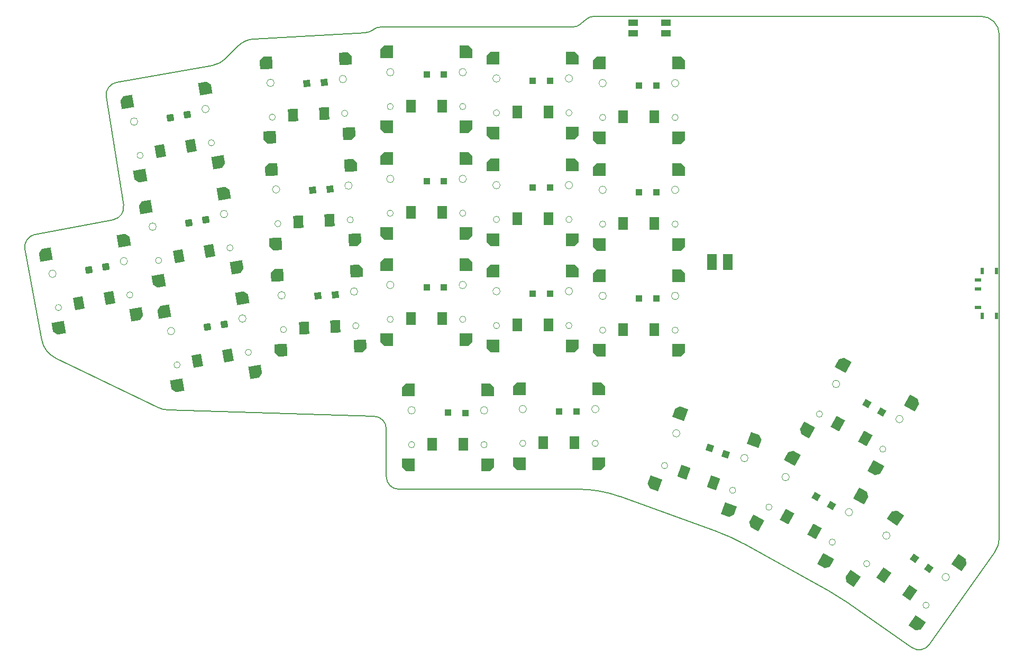
<source format=gbr>
%TF.GenerationSoftware,KiCad,Pcbnew,8.0.6*%
%TF.CreationDate,2024-11-17T18:27:12-05:00*%
%TF.ProjectId,ultra_lp_keeb,756c7472-615f-46c7-905f-6b6565622e6b,rev?*%
%TF.SameCoordinates,Original*%
%TF.FileFunction,Paste,Top*%
%TF.FilePolarity,Positive*%
%FSLAX46Y46*%
G04 Gerber Fmt 4.6, Leading zero omitted, Abs format (unit mm)*
G04 Created by KiCad (PCBNEW 8.0.6) date 2024-11-17 18:27:12*
%MOMM*%
%LPD*%
G01*
G04 APERTURE LIST*
G04 Aperture macros list*
%AMRotRect*
0 Rectangle, with rotation*
0 The origin of the aperture is its center*
0 $1 length*
0 $2 width*
0 $3 Rotation angle, in degrees counterclockwise*
0 Add horizontal line*
21,1,$1,$2,0,0,$3*%
%AMOutline5P*
0 Free polygon, 5 corners , with rotation*
0 The origin of the aperture is its center*
0 number of corners: always 5*
0 $1 to $10 corner X, Y*
0 $11 Rotation angle, in degrees counterclockwise*
0 create outline with 5 corners*
4,1,5,$1,$2,$3,$4,$5,$6,$7,$8,$9,$10,$1,$2,$11*%
%AMOutline6P*
0 Free polygon, 6 corners , with rotation*
0 The origin of the aperture is its center*
0 number of corners: always 6*
0 $1 to $12 corner X, Y*
0 $13 Rotation angle, in degrees counterclockwise*
0 create outline with 6 corners*
4,1,6,$1,$2,$3,$4,$5,$6,$7,$8,$9,$10,$11,$12,$1,$2,$13*%
%AMOutline7P*
0 Free polygon, 7 corners , with rotation*
0 The origin of the aperture is its center*
0 number of corners: always 7*
0 $1 to $14 corner X, Y*
0 $15 Rotation angle, in degrees counterclockwise*
0 create outline with 7 corners*
4,1,7,$1,$2,$3,$4,$5,$6,$7,$8,$9,$10,$11,$12,$13,$14,$1,$2,$15*%
%AMOutline8P*
0 Free polygon, 8 corners , with rotation*
0 The origin of the aperture is its center*
0 number of corners: always 8*
0 $1 to $16 corner X, Y*
0 $17 Rotation angle, in degrees counterclockwise*
0 create outline with 8 corners*
4,1,8,$1,$2,$3,$4,$5,$6,$7,$8,$9,$10,$11,$12,$13,$14,$15,$16,$1,$2,$17*%
G04 Aperture macros list end*
%ADD10R,1.500000X2.500000*%
%ADD11RotRect,1.550000X2.000000X331.000000*%
%ADD12RotRect,1.100000X1.100000X331.000000*%
%ADD13Outline5P,-1.000000X0.400000X-0.400000X1.000000X1.000000X1.000000X1.000000X-1.000000X-1.000000X-1.000000X331.000000*%
%ADD14Outline5P,-1.000000X1.000000X1.000000X1.000000X1.000000X-1.000000X-0.400000X-1.000000X-1.000000X-0.400000X331.000000*%
%ADD15Outline5P,-1.000000X1.000000X0.400000X1.000000X1.000000X0.400000X1.000000X-1.000000X-1.000000X-1.000000X331.000000*%
%ADD16Outline5P,-1.000000X1.000000X1.000000X1.000000X1.000000X-0.400000X0.400000X-1.000000X-1.000000X-1.000000X331.000000*%
%ADD17RotRect,1.550000X2.000000X10.000000*%
%ADD18RotRect,1.100000X1.100000X10.000000*%
%ADD19Outline5P,-1.000000X0.400000X-0.400000X1.000000X1.000000X1.000000X1.000000X-1.000000X-1.000000X-1.000000X10.000000*%
%ADD20Outline5P,-1.000000X1.000000X1.000000X1.000000X1.000000X-1.000000X-0.400000X-1.000000X-1.000000X-0.400000X10.000000*%
%ADD21Outline5P,-1.000000X1.000000X1.000000X1.000000X1.000000X-0.400000X0.400000X-1.000000X-1.000000X-1.000000X10.000000*%
%ADD22Outline5P,-1.000000X1.000000X0.400000X1.000000X1.000000X0.400000X1.000000X-1.000000X-1.000000X-1.000000X10.000000*%
%ADD23R,1.550000X2.000000*%
%ADD24R,1.100000X1.100000*%
%ADD25Outline5P,-1.000000X0.400000X-0.400000X1.000000X1.000000X1.000000X1.000000X-1.000000X-1.000000X-1.000000X0.000000*%
%ADD26Outline5P,-1.000000X1.000000X1.000000X1.000000X1.000000X-1.000000X-0.400000X-1.000000X-1.000000X-0.400000X0.000000*%
%ADD27Outline5P,-1.000000X1.000000X0.400000X1.000000X1.000000X0.400000X1.000000X-1.000000X-1.000000X-1.000000X0.000000*%
%ADD28Outline5P,-1.000000X1.000000X1.000000X1.000000X1.000000X-0.400000X0.400000X-1.000000X-1.000000X-1.000000X0.000000*%
%ADD29RotRect,1.550000X2.000000X3.000000*%
%ADD30RotRect,1.100000X1.100000X3.000000*%
%ADD31Outline5P,-1.000000X0.400000X-0.400000X1.000000X1.000000X1.000000X1.000000X-1.000000X-1.000000X-1.000000X3.000000*%
%ADD32Outline5P,-1.000000X1.000000X1.000000X1.000000X1.000000X-1.000000X-0.400000X-1.000000X-1.000000X-0.400000X3.000000*%
%ADD33Outline5P,-1.000000X1.000000X0.400000X1.000000X1.000000X0.400000X1.000000X-1.000000X-1.000000X-1.000000X3.000000*%
%ADD34Outline5P,-1.000000X1.000000X1.000000X1.000000X1.000000X-0.400000X0.400000X-1.000000X-1.000000X-1.000000X3.000000*%
%ADD35R,0.600000X1.000000*%
%ADD36R,0.600000X1.100000*%
%ADD37R,1.000000X0.600000*%
%ADD38R,1.550000X1.000000*%
%ADD39RotRect,1.550000X2.000000X325.000000*%
%ADD40RotRect,1.100000X1.100000X325.000000*%
%ADD41Outline5P,-1.000000X0.400000X-0.400000X1.000000X1.000000X1.000000X1.000000X-1.000000X-1.000000X-1.000000X325.000000*%
%ADD42Outline5P,-1.000000X1.000000X1.000000X1.000000X1.000000X-1.000000X-0.400000X-1.000000X-1.000000X-0.400000X325.000000*%
%ADD43Outline5P,-1.000000X1.000000X0.400000X1.000000X1.000000X0.400000X1.000000X-1.000000X-1.000000X-1.000000X325.000000*%
%ADD44Outline5P,-1.000000X1.000000X1.000000X1.000000X1.000000X-0.400000X0.400000X-1.000000X-1.000000X-1.000000X325.000000*%
%ADD45RotRect,1.550000X2.000000X340.000000*%
%ADD46RotRect,1.100000X1.100000X340.000000*%
%ADD47Outline5P,-1.000000X0.400000X-0.400000X1.000000X1.000000X1.000000X1.000000X-1.000000X-1.000000X-1.000000X340.000000*%
%ADD48Outline5P,-1.000000X1.000000X1.000000X1.000000X1.000000X-1.000000X-0.400000X-1.000000X-1.000000X-0.400000X340.000000*%
%ADD49Outline5P,-1.000000X1.000000X0.400000X1.000000X1.000000X0.400000X1.000000X-1.000000X-1.000000X-1.000000X340.000000*%
%ADD50Outline5P,-1.000000X1.000000X1.000000X1.000000X1.000000X-0.400000X0.400000X-1.000000X-1.000000X-1.000000X340.000000*%
%TA.AperFunction,Profile*%
%ADD51C,0.200000*%
%TD*%
%TA.AperFunction,Profile*%
%ADD52C,0.100000*%
%TD*%
G04 APERTURE END LIST*
D10*
%TO.C,REF\u002A\u002A*%
X177000000Y-95000000D03*
X179500000Y-95000000D03*
%TD*%
D11*
%TO.C,CPG1316*%
X189033566Y-135820202D03*
D12*
X193660476Y-132658978D03*
D11*
X193406664Y-138244250D03*
D12*
X196091839Y-134018867D03*
D13*
X189858353Y-126385348D03*
D14*
X184040638Y-136880785D03*
D15*
X200966024Y-132542430D03*
D16*
X195148309Y-143037867D03*
%TD*%
D17*
%TO.C,CPG1316*%
X88664029Y-77262762D03*
D18*
X90270391Y-71894220D03*
D17*
X93588068Y-76394520D03*
D18*
X93015720Y-71420947D03*
D19*
X83367463Y-69411448D03*
D20*
X85451241Y-81229141D03*
D21*
X97958299Y-79023809D03*
D22*
X95874522Y-67206116D03*
%TD*%
D23*
%TO.C,CPG1316*%
X162785805Y-71760639D03*
D24*
X165300000Y-66752599D03*
D23*
X167785805Y-71760639D03*
D24*
X168085805Y-66763238D03*
D25*
X158933072Y-63108865D03*
D26*
X158933072Y-75108865D03*
D27*
X171633072Y-63108865D03*
D28*
X171633072Y-75108865D03*
%TD*%
D29*
%TO.C,CPG1316*%
X110786672Y-88609610D03*
D30*
X113035321Y-83476851D03*
D29*
X115779820Y-88347930D03*
D30*
X115817865Y-83341677D03*
D31*
X106486421Y-80171330D03*
D32*
X107114452Y-92154884D03*
D33*
X119169016Y-79506663D03*
D34*
X119797047Y-91490217D03*
%TD*%
D29*
%TO.C,CPG1316*%
X109891727Y-71533045D03*
D30*
X112140376Y-66400286D03*
D29*
X114884875Y-71271365D03*
D30*
X114922920Y-66265112D03*
D31*
X105591476Y-63094765D03*
D32*
X106219507Y-75078319D03*
D33*
X118274071Y-62430098D03*
D34*
X118902102Y-74413652D03*
%TD*%
D35*
%TO.C,SW1*%
X222545988Y-103668082D03*
D36*
X222545988Y-96468082D03*
X220259988Y-103668082D03*
D35*
X220259988Y-96468082D03*
D37*
X219552988Y-102268082D03*
X219552988Y-99368082D03*
X219552988Y-97868082D03*
%TD*%
D23*
%TO.C,CPG1316*%
X145785805Y-88110639D03*
D24*
X148300000Y-83102599D03*
D23*
X150785805Y-88110639D03*
D24*
X151085805Y-83113238D03*
D25*
X141933072Y-79458865D03*
D26*
X141933072Y-91458865D03*
D27*
X154633072Y-79458865D03*
D28*
X154633072Y-91458865D03*
%TD*%
D38*
%TO.C,REF\u002A\u002A*%
X164400000Y-58400000D03*
X169600000Y-58400000D03*
X164400000Y-56700000D03*
X169600000Y-56700000D03*
%TD*%
D17*
%TO.C,CPG1316*%
X94585431Y-110844706D03*
D18*
X96191793Y-105476164D03*
D17*
X99509470Y-109976464D03*
D18*
X98937122Y-105002891D03*
D19*
X89288865Y-102993392D03*
D20*
X91372643Y-114811085D03*
D21*
X103879701Y-112605753D03*
D22*
X101795924Y-100788060D03*
%TD*%
D17*
%TO.C,CPG1316*%
X91633413Y-94102974D03*
D18*
X93239775Y-88734432D03*
D17*
X96557452Y-93234732D03*
D18*
X95985104Y-88261159D03*
D19*
X86336847Y-86251660D03*
D20*
X88420625Y-98069353D03*
D21*
X100927683Y-95864021D03*
D22*
X98843906Y-84046328D03*
%TD*%
D23*
%TO.C,CPG1316*%
X128785805Y-87110639D03*
D24*
X131300000Y-82102599D03*
D23*
X133785805Y-87110639D03*
D24*
X134085805Y-82113238D03*
D25*
X124933072Y-78458865D03*
D26*
X124933072Y-90458865D03*
D27*
X137633072Y-78458865D03*
D28*
X137633072Y-90458865D03*
%TD*%
D23*
%TO.C,CPG1316*%
X162785805Y-88860639D03*
D24*
X165300000Y-83852599D03*
D23*
X167785805Y-88860639D03*
D24*
X168085805Y-83863238D03*
D25*
X158933072Y-80208865D03*
D26*
X158933072Y-92208865D03*
D27*
X171633072Y-80208865D03*
D28*
X171633072Y-92208865D03*
%TD*%
D23*
%TO.C,CPG1316*%
X150000000Y-124000001D03*
D24*
X152514195Y-118991961D03*
D23*
X155000001Y-123999999D03*
D24*
X155299999Y-119002599D03*
D25*
X146147267Y-115348227D03*
D26*
X146147267Y-127348227D03*
D28*
X158847266Y-127348227D03*
D27*
X158847267Y-115348227D03*
%TD*%
D23*
%TO.C,CPG1316*%
X162785805Y-105860639D03*
D24*
X165300000Y-100852599D03*
D23*
X167785805Y-105860639D03*
D24*
X168085805Y-100863238D03*
D25*
X158933072Y-97208865D03*
D26*
X158933072Y-109208865D03*
D27*
X171633072Y-97208865D03*
D28*
X171633072Y-109208865D03*
%TD*%
D29*
%TO.C,CPG1316*%
X111676383Y-105586312D03*
D30*
X113925032Y-100453553D03*
D29*
X116669531Y-105324632D03*
D30*
X116707576Y-100318379D03*
D31*
X107376132Y-97148032D03*
D32*
X108004163Y-109131586D03*
D33*
X120058727Y-96483365D03*
D34*
X120686758Y-108466919D03*
%TD*%
D17*
%TO.C,CPG1316*%
X75603664Y-101652986D03*
D18*
X77210026Y-96284444D03*
D17*
X80527703Y-100784744D03*
D18*
X79955355Y-95811171D03*
D19*
X70307098Y-93801672D03*
D20*
X72390876Y-105619365D03*
D21*
X84897934Y-103414033D03*
D22*
X82814157Y-91596340D03*
%TD*%
D23*
%TO.C,CPG1316*%
X128785805Y-70010639D03*
D24*
X131300000Y-65002599D03*
D23*
X133785805Y-70010639D03*
D24*
X134085805Y-65013238D03*
D25*
X124933072Y-61358865D03*
D26*
X124933072Y-73358865D03*
D27*
X137633072Y-61358865D03*
D28*
X137633072Y-73358865D03*
%TD*%
D23*
%TO.C,CPG1316*%
X145785805Y-105110639D03*
D24*
X148300000Y-100102599D03*
D23*
X150785805Y-105110639D03*
D24*
X151085805Y-100113238D03*
D25*
X141933072Y-96458865D03*
D26*
X141933072Y-108458865D03*
D27*
X154633072Y-96458865D03*
D28*
X154633072Y-108458865D03*
%TD*%
D23*
%TO.C,CPG1316*%
X132200000Y-124200000D03*
D24*
X134714195Y-119191960D03*
D23*
X137200001Y-124199998D03*
D24*
X137499999Y-119202598D03*
D25*
X128347267Y-115548226D03*
D26*
X128347267Y-127548226D03*
D28*
X141047266Y-127548226D03*
D27*
X141047267Y-115548226D03*
%TD*%
D39*
%TO.C,CPG1316*%
X204508963Y-145194939D03*
D40*
X209440965Y-142534677D03*
D39*
X208604724Y-148062822D03*
D40*
X211716861Y-144141263D03*
D41*
X206315443Y-135897985D03*
D42*
X199432526Y-145727811D03*
D43*
X216718674Y-143182405D03*
D44*
X209835757Y-153012230D03*
%TD*%
D23*
%TO.C,CPG1316*%
X128785805Y-104110639D03*
D24*
X131300000Y-99102599D03*
D23*
X133785805Y-104110639D03*
D24*
X134085805Y-99113238D03*
D25*
X124933072Y-95458865D03*
D26*
X124933072Y-107458865D03*
D27*
X137633072Y-95458865D03*
D28*
X137633072Y-107458865D03*
%TD*%
D45*
%TO.C,CPG1316*%
X172526260Y-128691457D03*
D46*
X176601680Y-124845344D03*
D45*
X177224722Y-130401558D03*
D46*
X179215843Y-125808142D03*
D47*
X171864956Y-119243737D03*
D48*
X167760714Y-130520049D03*
D49*
X183799053Y-123587391D03*
D50*
X179694812Y-134863704D03*
%TD*%
D23*
%TO.C,CPG1316*%
X145785805Y-71010639D03*
D24*
X148300000Y-66002599D03*
D23*
X150785805Y-71010639D03*
D24*
X151085805Y-66013238D03*
D25*
X141933072Y-62358865D03*
D26*
X141933072Y-74358865D03*
D27*
X154633072Y-62358865D03*
D28*
X154633072Y-74358865D03*
%TD*%
D11*
%TO.C,CPG1316*%
X197117624Y-120901499D03*
D12*
X201744534Y-117740275D03*
D11*
X201490722Y-123325547D03*
D12*
X204175897Y-119100164D03*
D13*
X197942411Y-111466645D03*
D14*
X192124696Y-121962082D03*
D15*
X209050082Y-117623727D03*
D16*
X203232367Y-128119164D03*
%TD*%
D51*
X198211338Y-149310638D02*
X208998450Y-156823920D01*
X101039239Y-60480933D02*
G75*
G02*
X103675942Y-59279008I2864861J-2791667D01*
G01*
X67020389Y-92933037D02*
X69702163Y-107523299D01*
X80029800Y-68520386D02*
X82788470Y-85951132D01*
X222981676Y-139205693D02*
G75*
G02*
X222248532Y-141512964I-3999976J893D01*
G01*
X89901131Y-118735233D02*
G75*
G02*
X88280772Y-118337148I123169J3998133D01*
G01*
X122744429Y-57788483D02*
G75*
G02*
X123977732Y-57362819I1233471J-1574317D01*
G01*
X182031807Y-140174956D02*
X195591980Y-147679626D01*
X122685777Y-57834436D02*
G75*
G02*
X121566379Y-58256844I-1233477J1574336D01*
G01*
X97032648Y-63515641D02*
X81656487Y-66238385D01*
X99200054Y-62368436D02*
G75*
G02*
X97032647Y-63515635I-2864854J2791536D01*
G01*
X122744429Y-57788483D02*
X122685777Y-57834436D01*
X126849501Y-131439519D02*
G75*
G02*
X124849982Y-129441771I399J1999919D01*
G01*
X222981676Y-139205693D02*
X222981489Y-58614286D01*
X155491493Y-131439519D02*
G75*
G02*
X162299012Y-132633729I7J-19999981D01*
G01*
X89901131Y-118735233D02*
X122902841Y-119751958D01*
X124841252Y-121748758D02*
X124849916Y-129441771D01*
X154685338Y-57360144D02*
X123977732Y-57362820D01*
X82788470Y-85951132D02*
G75*
G02*
X81184761Y-88228925I-1975370J-312668D01*
G01*
X101039239Y-60480933D02*
X99200054Y-62368436D01*
X68615733Y-90606327D02*
X81184761Y-88228926D01*
X67020389Y-92933037D02*
G75*
G02*
X68615742Y-90606376I1967011J361537D01*
G01*
X195591980Y-147679626D02*
G75*
G02*
X198211336Y-149310641I-14526680J-26248174D01*
G01*
X222248543Y-141512972D02*
X211774955Y-156336845D01*
X177776999Y-138236616D02*
G75*
G02*
X182031806Y-140174957I-10271899J-28186584D01*
G01*
X211774955Y-156336845D02*
G75*
G02*
X208998414Y-156823972I-1633455J1153945D01*
G01*
X156082748Y-56790795D02*
G75*
G02*
X154685338Y-57360120I-1397648J1430895D01*
G01*
X121566379Y-58256844D02*
X103675940Y-59278966D01*
X162299012Y-132633730D02*
X177776999Y-138236616D01*
X126849501Y-131439519D02*
X155491493Y-131439519D01*
X219999342Y-55631411D02*
X158136517Y-55648686D01*
X156082748Y-56790795D02*
X156809364Y-56158895D01*
X88280774Y-118337143D02*
X71892727Y-110400203D01*
X156809364Y-56158895D02*
G75*
G02*
X158136517Y-55648686I1327736J-1472505D01*
G01*
X122902841Y-119751958D02*
G75*
G02*
X124841288Y-121748758I-61541J-1999042D01*
G01*
X71892727Y-110400203D02*
G75*
G02*
X69702175Y-107523297I1743673J3600103D01*
G01*
X219999342Y-55631411D02*
G75*
G02*
X222981489Y-58614286I-42J-2982189D01*
G01*
X80029800Y-68520386D02*
G75*
G02*
X81656488Y-66238390I1975410J312636D01*
G01*
D52*
%TO.C,CPG1316*%
X186598841Y-134307792D02*
G75*
G02*
X185598839Y-134307792I-500001J0D01*
G01*
X185598839Y-134307792D02*
G75*
G02*
X186598841Y-134307792I500001J0D01*
G01*
X189363764Y-129494507D02*
G75*
G02*
X188163762Y-129494507I-600001J0D01*
G01*
X188163762Y-129494507D02*
G75*
G02*
X189363764Y-129494507I600001J0D01*
G01*
X196742895Y-139928706D02*
G75*
G02*
X195742899Y-139928706I-499998J0D01*
G01*
X195742899Y-139928706D02*
G75*
G02*
X196742895Y-139928706I499998J0D01*
G01*
X199510881Y-135121176D02*
G75*
G02*
X198310883Y-135121176I-599999J0D01*
G01*
X198310883Y-135121176D02*
G75*
G02*
X199510881Y-135121176I599999J0D01*
G01*
X85073466Y-72516567D02*
G75*
G02*
X83873464Y-72516567I-600001J0D01*
G01*
X83873464Y-72516567D02*
G75*
G02*
X85073466Y-72516567I600001J0D01*
G01*
X85931528Y-77934281D02*
G75*
G02*
X84931530Y-77934281I-499999J0D01*
G01*
X84931530Y-77934281D02*
G75*
G02*
X85931528Y-77934281I499999J0D01*
G01*
X96500234Y-70503521D02*
G75*
G02*
X95300232Y-70503521I-600001J0D01*
G01*
X95300232Y-70503521D02*
G75*
G02*
X96500234Y-70503521I600001J0D01*
G01*
X97352299Y-75918690D02*
G75*
G02*
X96352299Y-75918690I-500000J0D01*
G01*
X96352299Y-75918690D02*
G75*
G02*
X97352299Y-75918690I500000J0D01*
G01*
X160083072Y-66358865D02*
G75*
G02*
X158883072Y-66358865I-600000J0D01*
G01*
X158883072Y-66358865D02*
G75*
G02*
X160083072Y-66358865I600000J0D01*
G01*
X159985805Y-71860639D02*
G75*
G02*
X158985805Y-71860639I-500000J0D01*
G01*
X158985805Y-71860639D02*
G75*
G02*
X159985805Y-71860639I500000J0D01*
G01*
X171583072Y-71858865D02*
G75*
G02*
X170583072Y-71858865I-500000J0D01*
G01*
X170583072Y-71858865D02*
G75*
G02*
X171583072Y-71858865I500000J0D01*
G01*
X171685805Y-66360639D02*
G75*
G02*
X170485805Y-66360639I-600000J0D01*
G01*
X170485805Y-66360639D02*
G75*
G02*
X171685805Y-66360639I600000J0D01*
G01*
X107805759Y-83388091D02*
G75*
G02*
X106605759Y-83388091I-600000J0D01*
G01*
X106605759Y-83388091D02*
G75*
G02*
X107805759Y-83388091I600000J0D01*
G01*
X107996428Y-88882182D02*
G75*
G02*
X106996430Y-88882182I-499999J0D01*
G01*
X106996430Y-88882182D02*
G75*
G02*
X107996428Y-88882182I499999J0D01*
G01*
X119392683Y-82782622D02*
G75*
G02*
X118192683Y-82782622I-600000J0D01*
G01*
X118192683Y-82782622D02*
G75*
G02*
X119392683Y-82782622I600000J0D01*
G01*
X119577709Y-88273456D02*
G75*
G02*
X118577709Y-88273456I-500000J0D01*
G01*
X118577709Y-88273456D02*
G75*
G02*
X119577709Y-88273456I500000J0D01*
G01*
X106910814Y-66311526D02*
G75*
G02*
X105710814Y-66311526I-600000J0D01*
G01*
X105710814Y-66311526D02*
G75*
G02*
X106910814Y-66311526I600000J0D01*
G01*
X107101483Y-71805617D02*
G75*
G02*
X106101485Y-71805617I-499999J0D01*
G01*
X106101485Y-71805617D02*
G75*
G02*
X107101483Y-71805617I499999J0D01*
G01*
X118497738Y-65706057D02*
G75*
G02*
X117297738Y-65706057I-600000J0D01*
G01*
X117297738Y-65706057D02*
G75*
G02*
X118497738Y-65706057I600000J0D01*
G01*
X118682764Y-71196891D02*
G75*
G02*
X117682764Y-71196891I-500000J0D01*
G01*
X117682764Y-71196891D02*
G75*
G02*
X118682764Y-71196891I500000J0D01*
G01*
X143083072Y-82708865D02*
G75*
G02*
X141883072Y-82708865I-600000J0D01*
G01*
X141883072Y-82708865D02*
G75*
G02*
X143083072Y-82708865I600000J0D01*
G01*
X142985805Y-88210639D02*
G75*
G02*
X141985805Y-88210639I-500000J0D01*
G01*
X141985805Y-88210639D02*
G75*
G02*
X142985805Y-88210639I500000J0D01*
G01*
X154583072Y-88208865D02*
G75*
G02*
X153583072Y-88208865I-500000J0D01*
G01*
X153583072Y-88208865D02*
G75*
G02*
X154583072Y-88208865I500000J0D01*
G01*
X154685805Y-82710639D02*
G75*
G02*
X153485805Y-82710639I-600000J0D01*
G01*
X153485805Y-82710639D02*
G75*
G02*
X154685805Y-82710639I600000J0D01*
G01*
X90994868Y-106098511D02*
G75*
G02*
X89794866Y-106098511I-600001J0D01*
G01*
X89794866Y-106098511D02*
G75*
G02*
X90994868Y-106098511I600001J0D01*
G01*
X91852930Y-111516225D02*
G75*
G02*
X90852932Y-111516225I-499999J0D01*
G01*
X90852932Y-111516225D02*
G75*
G02*
X91852930Y-111516225I499999J0D01*
G01*
X102421636Y-104085465D02*
G75*
G02*
X101221634Y-104085465I-600001J0D01*
G01*
X101221634Y-104085465D02*
G75*
G02*
X102421636Y-104085465I600001J0D01*
G01*
X103273701Y-109500634D02*
G75*
G02*
X102273701Y-109500634I-500000J0D01*
G01*
X102273701Y-109500634D02*
G75*
G02*
X103273701Y-109500634I500000J0D01*
G01*
X88042850Y-89356779D02*
G75*
G02*
X86842848Y-89356779I-600001J0D01*
G01*
X86842848Y-89356779D02*
G75*
G02*
X88042850Y-89356779I600001J0D01*
G01*
X88900912Y-94774493D02*
G75*
G02*
X87900914Y-94774493I-499999J0D01*
G01*
X87900914Y-94774493D02*
G75*
G02*
X88900912Y-94774493I499999J0D01*
G01*
X99469618Y-87343733D02*
G75*
G02*
X98269616Y-87343733I-600001J0D01*
G01*
X98269616Y-87343733D02*
G75*
G02*
X99469618Y-87343733I600001J0D01*
G01*
X100321683Y-92758902D02*
G75*
G02*
X99321683Y-92758902I-500000J0D01*
G01*
X99321683Y-92758902D02*
G75*
G02*
X100321683Y-92758902I500000J0D01*
G01*
X126083072Y-81708865D02*
G75*
G02*
X124883072Y-81708865I-600000J0D01*
G01*
X124883072Y-81708865D02*
G75*
G02*
X126083072Y-81708865I600000J0D01*
G01*
X125985805Y-87210639D02*
G75*
G02*
X124985805Y-87210639I-500000J0D01*
G01*
X124985805Y-87210639D02*
G75*
G02*
X125985805Y-87210639I500000J0D01*
G01*
X137583072Y-87208865D02*
G75*
G02*
X136583072Y-87208865I-500000J0D01*
G01*
X136583072Y-87208865D02*
G75*
G02*
X137583072Y-87208865I500000J0D01*
G01*
X137685805Y-81710639D02*
G75*
G02*
X136485805Y-81710639I-600000J0D01*
G01*
X136485805Y-81710639D02*
G75*
G02*
X137685805Y-81710639I600000J0D01*
G01*
X160083072Y-83458865D02*
G75*
G02*
X158883072Y-83458865I-600000J0D01*
G01*
X158883072Y-83458865D02*
G75*
G02*
X160083072Y-83458865I600000J0D01*
G01*
X159985805Y-88960639D02*
G75*
G02*
X158985805Y-88960639I-500000J0D01*
G01*
X158985805Y-88960639D02*
G75*
G02*
X159985805Y-88960639I500000J0D01*
G01*
X171583072Y-88958865D02*
G75*
G02*
X170583072Y-88958865I-500000J0D01*
G01*
X170583072Y-88958865D02*
G75*
G02*
X171583072Y-88958865I500000J0D01*
G01*
X171685805Y-83460639D02*
G75*
G02*
X170485805Y-83460639I-600000J0D01*
G01*
X170485805Y-83460639D02*
G75*
G02*
X171685805Y-83460639I600000J0D01*
G01*
X147297269Y-118598227D02*
G75*
G02*
X146097267Y-118598227I-600001J0D01*
G01*
X146097267Y-118598227D02*
G75*
G02*
X147297269Y-118598227I600001J0D01*
G01*
X147200000Y-124100000D02*
G75*
G02*
X146200002Y-124100000I-499999J0D01*
G01*
X146200002Y-124100000D02*
G75*
G02*
X147200000Y-124100000I499999J0D01*
G01*
X158797267Y-124098227D02*
G75*
G02*
X157797267Y-124098227I-500000J0D01*
G01*
X157797267Y-124098227D02*
G75*
G02*
X158797267Y-124098227I500000J0D01*
G01*
X158900000Y-118600002D02*
G75*
G02*
X157699998Y-118600002I-600001J0D01*
G01*
X157699998Y-118600002D02*
G75*
G02*
X158900000Y-118600002I600001J0D01*
G01*
X160083072Y-100458865D02*
G75*
G02*
X158883072Y-100458865I-600000J0D01*
G01*
X158883072Y-100458865D02*
G75*
G02*
X160083072Y-100458865I600000J0D01*
G01*
X159985805Y-105960639D02*
G75*
G02*
X158985805Y-105960639I-500000J0D01*
G01*
X158985805Y-105960639D02*
G75*
G02*
X159985805Y-105960639I500000J0D01*
G01*
X171583072Y-105958865D02*
G75*
G02*
X170583072Y-105958865I-500000J0D01*
G01*
X170583072Y-105958865D02*
G75*
G02*
X171583072Y-105958865I500000J0D01*
G01*
X171685805Y-100460639D02*
G75*
G02*
X170485805Y-100460639I-600000J0D01*
G01*
X170485805Y-100460639D02*
G75*
G02*
X171685805Y-100460639I600000J0D01*
G01*
X108695470Y-100364793D02*
G75*
G02*
X107495470Y-100364793I-600000J0D01*
G01*
X107495470Y-100364793D02*
G75*
G02*
X108695470Y-100364793I600000J0D01*
G01*
X108886139Y-105858884D02*
G75*
G02*
X107886141Y-105858884I-499999J0D01*
G01*
X107886141Y-105858884D02*
G75*
G02*
X108886139Y-105858884I499999J0D01*
G01*
X120282394Y-99759324D02*
G75*
G02*
X119082394Y-99759324I-600000J0D01*
G01*
X119082394Y-99759324D02*
G75*
G02*
X120282394Y-99759324I600000J0D01*
G01*
X120467420Y-105250158D02*
G75*
G02*
X119467420Y-105250158I-500000J0D01*
G01*
X119467420Y-105250158D02*
G75*
G02*
X120467420Y-105250158I500000J0D01*
G01*
X72013101Y-96906791D02*
G75*
G02*
X70813099Y-96906791I-600001J0D01*
G01*
X70813099Y-96906791D02*
G75*
G02*
X72013101Y-96906791I600001J0D01*
G01*
X72871163Y-102324505D02*
G75*
G02*
X71871165Y-102324505I-499999J0D01*
G01*
X71871165Y-102324505D02*
G75*
G02*
X72871163Y-102324505I499999J0D01*
G01*
X83439869Y-94893745D02*
G75*
G02*
X82239867Y-94893745I-600001J0D01*
G01*
X82239867Y-94893745D02*
G75*
G02*
X83439869Y-94893745I600001J0D01*
G01*
X84291934Y-100308914D02*
G75*
G02*
X83291934Y-100308914I-500000J0D01*
G01*
X83291934Y-100308914D02*
G75*
G02*
X84291934Y-100308914I500000J0D01*
G01*
X126083072Y-64608865D02*
G75*
G02*
X124883072Y-64608865I-600000J0D01*
G01*
X124883072Y-64608865D02*
G75*
G02*
X126083072Y-64608865I600000J0D01*
G01*
X125985805Y-70110639D02*
G75*
G02*
X124985805Y-70110639I-500000J0D01*
G01*
X124985805Y-70110639D02*
G75*
G02*
X125985805Y-70110639I500000J0D01*
G01*
X137583072Y-70108865D02*
G75*
G02*
X136583072Y-70108865I-500000J0D01*
G01*
X136583072Y-70108865D02*
G75*
G02*
X137583072Y-70108865I500000J0D01*
G01*
X137685805Y-64610639D02*
G75*
G02*
X136485805Y-64610639I-600000J0D01*
G01*
X136485805Y-64610639D02*
G75*
G02*
X137685805Y-64610639I600000J0D01*
G01*
X143083072Y-99708865D02*
G75*
G02*
X141883072Y-99708865I-600000J0D01*
G01*
X141883072Y-99708865D02*
G75*
G02*
X143083072Y-99708865I600000J0D01*
G01*
X142985805Y-105210639D02*
G75*
G02*
X141985805Y-105210639I-500000J0D01*
G01*
X141985805Y-105210639D02*
G75*
G02*
X142985805Y-105210639I500000J0D01*
G01*
X154583072Y-105208865D02*
G75*
G02*
X153583072Y-105208865I-500000J0D01*
G01*
X153583072Y-105208865D02*
G75*
G02*
X154583072Y-105208865I500000J0D01*
G01*
X154685805Y-99710639D02*
G75*
G02*
X153485805Y-99710639I-600000J0D01*
G01*
X153485805Y-99710639D02*
G75*
G02*
X154685805Y-99710639I600000J0D01*
G01*
X129497269Y-118798226D02*
G75*
G02*
X128297267Y-118798226I-600001J0D01*
G01*
X128297267Y-118798226D02*
G75*
G02*
X129497269Y-118798226I600001J0D01*
G01*
X129400000Y-124299999D02*
G75*
G02*
X128400002Y-124299999I-499999J0D01*
G01*
X128400002Y-124299999D02*
G75*
G02*
X129400000Y-124299999I499999J0D01*
G01*
X140997267Y-124298226D02*
G75*
G02*
X139997267Y-124298226I-500000J0D01*
G01*
X139997267Y-124298226D02*
G75*
G02*
X140997267Y-124298226I500000J0D01*
G01*
X141100000Y-118800001D02*
G75*
G02*
X139899998Y-118800001I-600001J0D01*
G01*
X139899998Y-118800001D02*
G75*
G02*
X141100000Y-118800001I600001J0D01*
G01*
X202248404Y-143384053D02*
G75*
G02*
X201248402Y-143384053I-500001J0D01*
G01*
X201248402Y-143384053D02*
G75*
G02*
X202248404Y-143384053I500001J0D01*
G01*
X205501853Y-138875694D02*
G75*
G02*
X204301853Y-138875694I-600000J0D01*
G01*
X204301853Y-138875694D02*
G75*
G02*
X205501853Y-138875694I600000J0D01*
G01*
X211749344Y-150034519D02*
G75*
G02*
X210749346Y-150034519I-499999J0D01*
G01*
X210749346Y-150034519D02*
G75*
G02*
X211749344Y-150034519I499999J0D01*
G01*
X215005238Y-145532203D02*
G75*
G02*
X213805240Y-145532203I-599999J0D01*
G01*
X213805240Y-145532203D02*
G75*
G02*
X215005238Y-145532203I599999J0D01*
G01*
X126083072Y-98708865D02*
G75*
G02*
X124883072Y-98708865I-600000J0D01*
G01*
X124883072Y-98708865D02*
G75*
G02*
X126083072Y-98708865I600000J0D01*
G01*
X125985805Y-104210639D02*
G75*
G02*
X124985805Y-104210639I-500000J0D01*
G01*
X124985805Y-104210639D02*
G75*
G02*
X125985805Y-104210639I500000J0D01*
G01*
X137583072Y-104208865D02*
G75*
G02*
X136583072Y-104208865I-500000J0D01*
G01*
X136583072Y-104208865D02*
G75*
G02*
X137583072Y-104208865I500000J0D01*
G01*
X137685805Y-98710639D02*
G75*
G02*
X136485805Y-98710639I-600000J0D01*
G01*
X136485805Y-98710639D02*
G75*
G02*
X137685805Y-98710639I600000J0D01*
G01*
X169891074Y-127656759D02*
G75*
G02*
X168891070Y-127656759I-500002J0D01*
G01*
X168891070Y-127656759D02*
G75*
G02*
X169891074Y-127656759I500002J0D01*
G01*
X171870223Y-122485848D02*
G75*
G02*
X170670221Y-122485848I-600001J0D01*
G01*
X170670221Y-122485848D02*
G75*
G02*
X171870223Y-122485848I600001J0D01*
G01*
X180789540Y-131621591D02*
G75*
G02*
X179789546Y-131621591I-499997J0D01*
G01*
X179789546Y-131621591D02*
G75*
G02*
X180789540Y-131621591I499997J0D01*
G01*
X182772617Y-126455885D02*
G75*
G02*
X181572619Y-126455885I-599999J0D01*
G01*
X181572619Y-126455885D02*
G75*
G02*
X182772617Y-126455885I599999J0D01*
G01*
X143083072Y-65608865D02*
G75*
G02*
X141883072Y-65608865I-600000J0D01*
G01*
X141883072Y-65608865D02*
G75*
G02*
X143083072Y-65608865I600000J0D01*
G01*
X142985805Y-71110639D02*
G75*
G02*
X141985805Y-71110639I-500000J0D01*
G01*
X141985805Y-71110639D02*
G75*
G02*
X142985805Y-71110639I500000J0D01*
G01*
X154583072Y-71108865D02*
G75*
G02*
X153583072Y-71108865I-500000J0D01*
G01*
X153583072Y-71108865D02*
G75*
G02*
X154583072Y-71108865I500000J0D01*
G01*
X154685805Y-65610639D02*
G75*
G02*
X153485805Y-65610639I-600000J0D01*
G01*
X153485805Y-65610639D02*
G75*
G02*
X154685805Y-65610639I600000J0D01*
G01*
X194682899Y-119389089D02*
G75*
G02*
X193682897Y-119389089I-500001J0D01*
G01*
X193682897Y-119389089D02*
G75*
G02*
X194682899Y-119389089I500001J0D01*
G01*
X197447822Y-114575804D02*
G75*
G02*
X196247820Y-114575804I-600001J0D01*
G01*
X196247820Y-114575804D02*
G75*
G02*
X197447822Y-114575804I600001J0D01*
G01*
X204826953Y-125010003D02*
G75*
G02*
X203826957Y-125010003I-499998J0D01*
G01*
X203826957Y-125010003D02*
G75*
G02*
X204826953Y-125010003I499998J0D01*
G01*
X207594939Y-120202473D02*
G75*
G02*
X206394941Y-120202473I-599999J0D01*
G01*
X206394941Y-120202473D02*
G75*
G02*
X207594939Y-120202473I599999J0D01*
G01*
%TD*%
M02*

</source>
